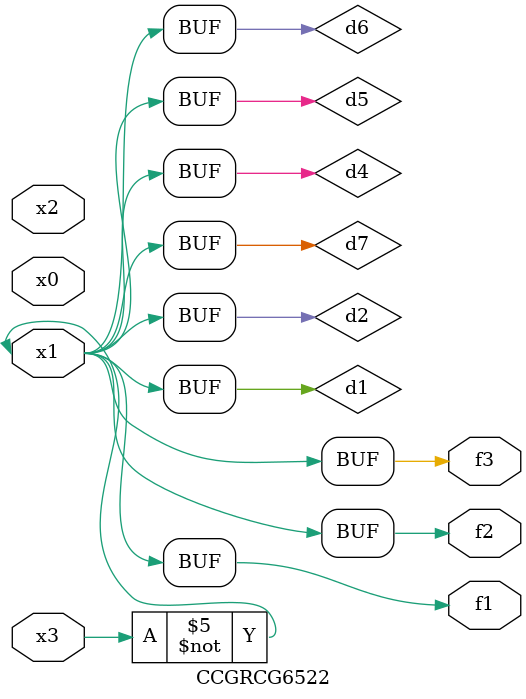
<source format=v>
module CCGRCG6522(
	input x0, x1, x2, x3,
	output f1, f2, f3
);

	wire d1, d2, d3, d4, d5, d6, d7;

	not (d1, x3);
	buf (d2, x1);
	xnor (d3, d1, d2);
	nor (d4, d1);
	buf (d5, d1, d2);
	buf (d6, d4, d5);
	nand (d7, d4);
	assign f1 = d6;
	assign f2 = d7;
	assign f3 = d6;
endmodule

</source>
